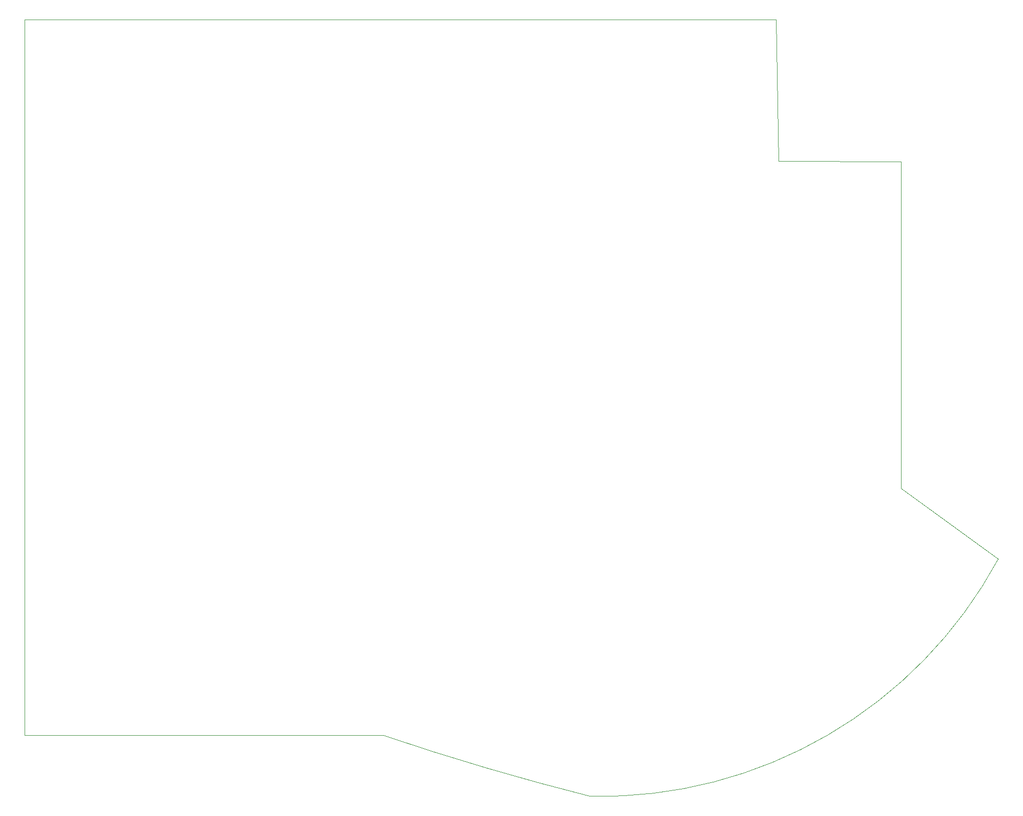
<source format=gbr>
%TF.GenerationSoftware,KiCad,Pcbnew,7.0.10*%
%TF.CreationDate,2024-03-21T17:00:33-05:00*%
%TF.ProjectId,Tair,54616972-2e6b-4696-9361-645f70636258,rev?*%
%TF.SameCoordinates,Original*%
%TF.FileFunction,Profile,NP*%
%FSLAX46Y46*%
G04 Gerber Fmt 4.6, Leading zero omitted, Abs format (unit mm)*
G04 Created by KiCad (PCBNEW 7.0.10) date 2024-03-21 17:00:33*
%MOMM*%
%LPD*%
G01*
G04 APERTURE LIST*
%TA.AperFunction,Profile*%
%ADD10C,0.100000*%
%TD*%
G04 APERTURE END LIST*
D10*
X156865194Y-32396711D02*
X151150194Y-32396711D01*
X157246194Y-56272711D02*
X156865194Y-32396711D01*
X90571194Y-153173710D02*
G75*
G03*
X125496194Y-163460710I145998906J431245510D01*
G01*
X177947194Y-56399711D02*
X157246194Y-56272711D01*
X177947194Y-111517711D02*
X177947194Y-56399711D01*
X194330194Y-123455711D02*
X177947194Y-111517711D01*
X30119194Y-32396711D02*
X151150194Y-32396711D01*
X30119194Y-153173711D02*
X30119194Y-32396711D01*
X125496194Y-163460711D02*
G75*
G03*
X194330193Y-123455711I1747121J76215434D01*
G01*
X30119194Y-153173711D02*
X90571194Y-153173711D01*
M02*

</source>
